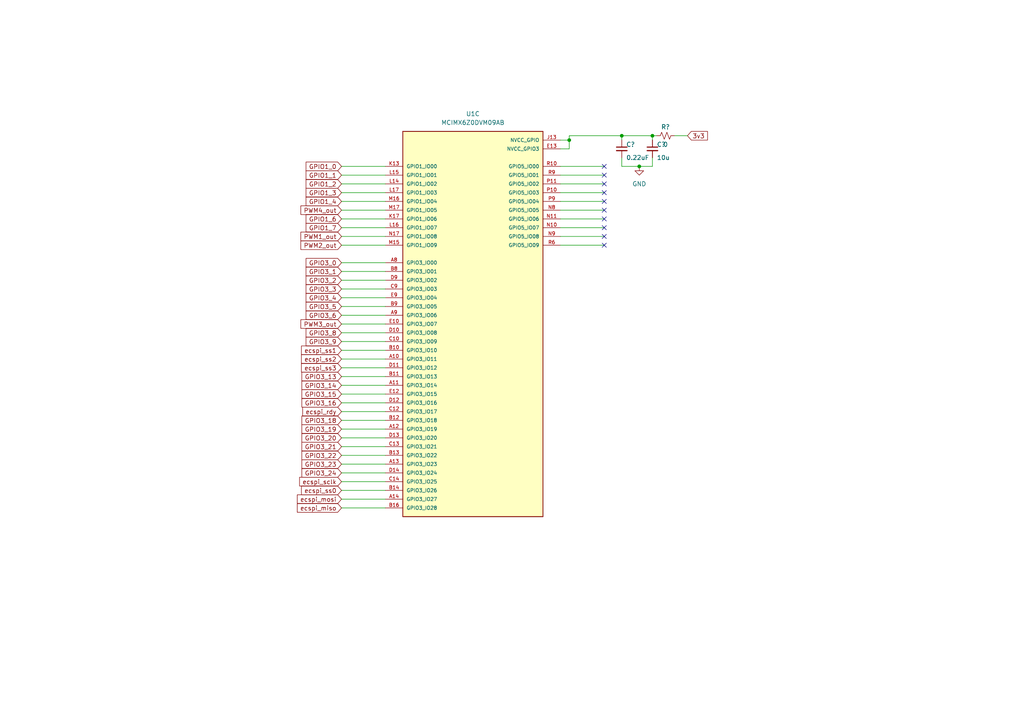
<source format=kicad_sch>
(kicad_sch (version 20211123) (generator eeschema)
  (paper "A4")
  (lib_symbols
    (symbol "Device:C_Small" (pin_numbers hide) (pin_names (offset 0.254) hide)
      (property "Reference" "C" (at 0.254 1.778 0))
      (property "Value" "C_Small" (at 0.254 -2.032 0))
      (symbol "C_Small_0_1"
        (polyline (pts (xy -1.524 -0.508) (xy 1.524 -0.508)) (stroke (width 0.3302)))
        (polyline (pts (xy -1.524 0.508) (xy 1.524 0.508)) (stroke (width 0.3048)))
      )
      (symbol "C_Small_1_1"
        (pin passive line (at 0 2.54 270) (length 2.032) (name "~") (number "1"))
        (pin passive line (at 0 -2.54 90) (length 2.032) (name "~") (number "2"))
      )
    )
    (symbol "Device:R_Small_US" (pin_numbers hide) (pin_names (offset 0.254) hide)
      (property "Reference" "R" (at 0.762 0.508 0))
      (property "Value" "R_Small_US" (at 0.762 -1.016 0))
      (symbol "R_Small_US_1_1"
        (polyline (pts (xy 0 0) (xy 1.016 -0.381) (xy 0 -0.762) (xy -1.016 -1.143) (xy 0 -1.524)))
        (polyline (pts (xy 0 1.524) (xy 1.016 1.143) (xy 0 0.762) (xy -1.016 0.381) (xy 0 0)))
        (pin passive line (at 0 2.54 270) (length 1.016) (name "~") (number "1"))
        (pin passive line (at 0 -2.54 90) (length 1.016) (name "~") (number "2"))
      )
    )
    (symbol "MCIMX6Z0DVM09AB:MCIMX6Z0DVM09AB" (pin_names (offset 1.016))
      (property "Reference" "U" (at -33.02 31.75 0))
      (property "Value" "MCIMX6Z0DVM09AB" (at -33.02 -31.75 0))
      (symbol "MCIMX6Z0DVM09AB_1_0"
        (rectangle (start -33.02 -30.48) (end 33.02 30.48) (stroke (width 0.254)) (fill (type background)))
        (pin input clock (at -38.1 -5.08 0) (length 5.08) (name "I2C2_SCL") (number "F17"))
        (pin bidirectional line (at -38.1 -7.62 0) (length 5.08) (name "I2C2_SDA") (number "G13"))
        (pin power_in line (at 38.1 -27.94 180) (length 5.08) (name "NGND_KEL0") (number "M12"))
        (pin input clock (at 38.1 -10.16 180) (length 5.08) (name "JTAG_TCK") (number "M14"))
        (pin input line (at 38.1 -20.32 180) (length 5.08) (name "JTAG_TRST_B") (number "N14"))
        (pin output line (at 38.1 -15.24 180) (length 5.08) (name "JTAG_TDO") (number "N15"))
        (pin input line (at 38.1 -12.7 180) (length 5.08) (name "JTAG_TDI") (number "N16"))
        (pin input line (at -38.1 17.78 0) (length 5.08) (name "TEST_MODE") (number "N7"))
        (pin power_in line (at 38.1 27.94 180) (length 5.08) (name "NVCC_PLL") (number "P13"))
        (pin input line (at 38.1 -17.78 180) (length 5.08) (name "JTAG_TMS") (number "P14"))
        (pin input line (at 38.1 -7.62 180) (length 5.08) (name "JTAG_MOD") (number "P15"))
        (pin input clock (at -38.1 5.08 0) (length 5.08) (name "CCM_CLK1_N") (number "P16"))
        (pin input clock (at -38.1 2.54 0) (length 5.08) (name "CCM_CLK1_P") (number "P17"))
        (pin input line (at -38.1 20.32 0) (length 5.08) (name "POR_B") (number "P8"))
        (pin bidirectional line (at 38.1 22.86 180) (length 5.08) (name "GPANIO") (number "R13"))
        (pin input line (at -38.1 22.86 0) (length 5.08) (name "ONOFF") (number "R8"))
        (pin input line (at -38.1 12.7 0) (length 5.08) (name "BOOT_MODE0") (number "T10"))
        (pin input line (at -38.1 -20.32 0) (length 5.08) (name "RTC_XTALI") (number "T11"))
        (pin power_in line (at 38.1 5.08 180) (length 5.08) (name "USB_OTG1_VBUS") (number "T12"))
        (pin bidirectional line (at 38.1 2.54 180) (length 5.08) (name "USB_OTG2_DN") (number "T13"))
        (pin bidirectional line (at 38.1 10.16 180) (length 5.08) (name "USB_OTG1_DN") (number "T15"))
        (pin input line (at -38.1 -12.7 0) (length 5.08) (name "XTALI") (number "T16"))
        (pin output line (at -38.1 -15.24 0) (length 5.08) (name "XTALO") (number "T17"))
        (pin output line (at 38.1 17.78 180) (length 5.08) (name "SNVS_PMIC_ON_REQ") (number "T9"))
        (pin input line (at -38.1 10.16 0) (length 5.08) (name "BOOT_MODE1") (number "U10"))
        (pin output line (at -38.1 -22.86 0) (length 5.08) (name "RTC_XTALO") (number "U11"))
        (pin power_in line (at 38.1 -2.54 180) (length 5.08) (name "USB_OTG2_VBUS") (number "U12"))
        (pin bidirectional line (at 38.1 0 180) (length 5.08) (name "USB_OTG2_DP") (number "U13"))
        (pin bidirectional line (at 38.1 7.62 180) (length 5.08) (name "USB_OTG1_DP") (number "U15"))
        (pin bidirectional line (at 38.1 12.7 180) (length 5.08) (name "USB_OTG1_CHD_B") (number "U16"))
        (pin output line (at -38.1 0 0) (length 5.08) (name "CCM_PMIC_STBY_REQ") (number "U9"))
      )
      (symbol "MCIMX6Z0DVM09AB_2_0"
        (rectangle (start -25.4 -48.26) (end 25.4 45.72) (stroke (width 0.254)) (fill (type background)))
        (pin output line (at 30.48 17.78 180) (length 5.08) (name "DRAM_ODT1") (number "F1"))
        (pin output line (at 30.48 -43.18 180) (length 5.08) (name "DRAM_ADDR14") (number "G1"))
        (pin output line (at 30.48 -22.86 180) (length 5.08) (name "DRAM_ADDR06") (number "G2"))
        (pin output line (at 30.48 12.7 180) (length 5.08) (name "DRAM_RESET") (number "G4"))
        (pin power_in line (at 30.48 40.64 180) (length 5.08) (name "NVCC_DRAM") (number "G6"))
        (pin output line (at 30.48 7.62 180) (length 5.08) (name "DRAM_SDBA1") (number "H1"))
        (pin output line (at 30.48 -10.16 180) (length 5.08) (name "DRAM_ADDR01") (number "H2"))
        (pin output line (at 30.48 -40.64 180) (length 5.08) (name "DRAM_ADDR13") (number "H3"))
        (pin output line (at 30.48 -25.4 180) (length 5.08) (name "DRAM_ADDR07") (number "H4"))
        (pin output line (at 30.48 27.94 180) (length 5.08) (name "DRAM_CS1_B") (number "H5"))
        (pin power_in line (at 30.48 40.64 180) (length 5.08) (name "NVCC_DRAM") (number "H6"))
        (pin output line (at 30.48 -2.54 180) (length 5.08) (name "DRAM_SDWE_B") (number "J1"))
        (pin output line (at 30.48 33.02 180) (length 5.08) (name "DRAM_CAS_B") (number "J2"))
        (pin output line (at 30.48 0 180) (length 5.08) (name "DRAM_SDCKE1") (number "J3"))
        (pin output line (at 30.48 -27.94 180) (length 5.08) (name "DRAM_ADDR08") (number "J4"))
        (pin power_in line (at 30.48 40.64 180) (length 5.08) (name "NVCC_DRAM") (number "J6"))
        (pin output line (at 30.48 -12.7 180) (length 5.08) (name "DRAM_ADDR02") (number "K1"))
        (pin output line (at 30.48 5.08 180) (length 5.08) (name "DRAM_SDBA2") (number "K2"))
        (pin output line (at 30.48 -35.56 180) (length 5.08) (name "DRAM_ADDR11") (number "K3"))
        (pin output line (at 30.48 -17.78 180) (length 5.08) (name "DRAM_ADDR04") (number "K4"))
        (pin output line (at 30.48 -45.72 180) (length 5.08) (name "DRAM_ADDR15") (number "K5"))
        (pin power_in line (at 30.48 40.64 180) (length 5.08) (name "NVCC_DRAM") (number "K6"))
        (pin output line (at 30.48 -20.32 180) (length 5.08) (name "DRAM_ADDR05") (number "L1"))
        (pin output line (at 30.48 -30.48 180) (length 5.08) (name "DRAM_ADDR09") (number "L2"))
        (pin output line (at 30.48 -38.1 180) (length 5.08) (name "DRAM_ADDR12") (number "L4"))
        (pin output line (at 30.48 -7.62 180) (length 5.08) (name "DRAM_ADDR00") (number "L5"))
        (pin power_in line (at 30.48 40.64 180) (length 5.08) (name "NVCC_DRAM") (number "L6"))
        (pin output line (at 30.48 10.16 180) (length 5.08) (name "DRAM_SDBA0") (number "M1"))
        (pin output line (at 30.48 -15.24 180) (length 5.08) (name "DRAM_ADDR03") (number "M2"))
        (pin output line (at 30.48 2.54 180) (length 5.08) (name "DRAM_SDCKE0") (number "M3"))
        (pin output line (at 30.48 -33.02 180) (length 5.08) (name "DRAM_ADDR10") (number "M4"))
        (pin output line (at 30.48 15.24 180) (length 5.08) (name "DRAM_RAS_B") (number "M5"))
        (pin power_in line (at 30.48 40.64 180) (length 5.08) (name "NVCC_DRAM") (number "M6"))
        (pin output line (at 30.48 20.32 180) (length 5.08) (name "DRAM_ODT0") (number "N1"))
        (pin output line (at 30.48 30.48 180) (length 5.08) (name "DRAM_CS0_B") (number "N2"))
        (pin input line (at -30.48 10.16 0) (length 5.08) (name "DRAM_ZQPAD") (number "N4"))
        (pin power_in line (at 30.48 38.1 180) (length 5.08) (name "NVCC_DRAM_2P5") (number "N6"))
        (pin input clock (at -30.48 30.48 0) (length 5.08) (name "DRAM_SDCLK0_P") (number "P1"))
        (pin input clock (at -30.48 33.02 0) (length 5.08) (name "DRAM_SDCLK0_N") (number "P2"))
        (pin input line (at -30.48 -40.64 0) (length 5.08) (name "DRAM_DATA13") (number "P3"))
        (pin power_in line (at 30.48 43.18 180) (length 5.08) (name "DRAM_VREF") (number "P4"))
        (pin input line (at -30.48 -38.1 0) (length 5.08) (name "DRAM_DATA12") (number "P5"))
        (pin input line (at -30.48 25.4 0) (length 5.08) (name "DRAM_SDQS0_P") (number "P6"))
        (pin input line (at -30.48 22.86 0) (length 5.08) (name "DRAM_SDQS0_N") (number "P7"))
        (pin input line (at -30.48 -45.72 0) (length 5.08) (name "DRAM_DATA15") (number "R1"))
        (pin input line (at -30.48 -43.18 0) (length 5.08) (name "DRAM_DATA14") (number "R2"))
        (pin input line (at -30.48 -35.56 0) (length 5.08) (name "DRAM_DATA11") (number "R4"))
        (pin input line (at -30.48 17.78 0) (length 5.08) (name "DRAM_SDQS1_P") (number "T1"))
        (pin input line (at -30.48 15.24 0) (length 5.08) (name "DRAM_SDQS1_N") (number "T2"))
        (pin output line (at 30.48 22.86 180) (length 5.08) (name "DRAM_DQM1") (number "T3"))
        (pin input line (at -30.48 -7.62 0) (length 5.08) (name "DRAM_DATA00") (number "T4"))
        (pin input line (at -30.48 -22.86 0) (length 5.08) (name "DRAM_DATA06") (number "T5"))
        (pin input line (at -30.48 -12.7 0) (length 5.08) (name "DRAM_DATA02") (number "T6"))
        (pin output line (at 30.48 25.4 180) (length 5.08) (name "DRAM_DQM0") (number "T7"))
        (pin input line (at -30.48 -20.32 0) (length 5.08) (name "DRAM_DATA05") (number "T8"))
        (pin input line (at -30.48 -27.94 0) (length 5.08) (name "DRAM_DATA08") (number "U2"))
        (pin input line (at -30.48 -30.48 0) (length 5.08) (name "DRAM_DATA09") (number "U3"))
        (pin input line (at -30.48 -25.4 0) (length 5.08) (name "DRAM_DATA07") (number "U4"))
        (pin input line (at -30.48 -33.02 0) (length 5.08) (name "DRAM_DATA10") (number "U5"))
        (pin input line (at -30.48 -10.16 0) (length 5.08) (name "DRAM_DATA01") (number "U6"))
        (pin input line (at -30.48 -15.24 0) (length 5.08) (name "DRAM_DATA03") (number "U7"))
        (pin input line (at -30.48 -17.78 0) (length 5.08) (name "DRAM_DATA04") (number "U8"))
      )
      (symbol "MCIMX6Z0DVM09AB_3_0"
        (rectangle (start -20.32 -55.88) (end 20.32 55.88) (stroke (width 0.254)) (fill (type background)))
        (pin bidirectional line (at -25.4 -10.16 0) (length 5.08) (name "GPIO3_IO11") (number "A10"))
        (pin bidirectional line (at -25.4 -17.78 0) (length 5.08) (name "GPIO3_IO14") (number "A11"))
        (pin bidirectional line (at -25.4 -30.48 0) (length 5.08) (name "GPIO3_IO19") (number "A12"))
        (pin bidirectional line (at -25.4 -40.64 0) (length 5.08) (name "GPIO3_IO23") (number "A13"))
        (pin bidirectional line (at -25.4 -50.8 0) (length 5.08) (name "GPIO3_IO27") (number "A14"))
        (pin bidirectional line (at -25.4 17.78 0) (length 5.08) (name "GPIO3_IO00") (number "A8"))
        (pin bidirectional line (at -25.4 2.54 0) (length 5.08) (name "GPIO3_IO06") (number "A9"))
        (pin bidirectional line (at -25.4 -7.62 0) (length 5.08) (name "GPIO3_IO10") (number "B10"))
        (pin bidirectional line (at -25.4 -15.24 0) (length 5.08) (name "GPIO3_IO13") (number "B11"))
        (pin bidirectional line (at -25.4 -27.94 0) (length 5.08) (name "GPIO3_IO18") (number "B12"))
        (pin bidirectional line (at -25.4 -38.1 0) (length 5.08) (name "GPIO3_IO22") (number "B13"))
        (pin bidirectional line (at -25.4 -48.26 0) (length 5.08) (name "GPIO3_IO26") (number "B14"))
        (pin bidirectional line (at -25.4 -53.34 0) (length 5.08) (name "GPIO3_IO28") (number "B16"))
        (pin bidirectional line (at -25.4 15.24 0) (length 5.08) (name "GPIO3_IO01") (number "B8"))
        (pin bidirectional line (at -25.4 5.08 0) (length 5.08) (name "GPIO3_IO05") (number "B9"))
        (pin bidirectional line (at -25.4 -5.08 0) (length 5.08) (name "GPIO3_IO09") (number "C10"))
        (pin bidirectional line (at -25.4 -25.4 0) (length 5.08) (name "GPIO3_IO17") (number "C12"))
        (pin bidirectional line (at -25.4 -35.56 0) (length 5.08) (name "GPIO3_IO21") (number "C13"))
        (pin bidirectional line (at -25.4 -45.72 0) (length 5.08) (name "GPIO3_IO25") (number "C14"))
        (pin bidirectional line (at -25.4 10.16 0) (length 5.08) (name "GPIO3_IO03") (number "C9"))
        (pin bidirectional line (at -25.4 -2.54 0) (length 5.08) (name "GPIO3_IO08") (number "D10"))
        (pin bidirectional line (at -25.4 -12.7 0) (length 5.08) (name "GPIO3_IO12") (number "D11"))
        (pin bidirectional line (at -25.4 -22.86 0) (length 5.08) (name "GPIO3_IO16") (number "D12"))
        (pin bidirectional line (at -25.4 -33.02 0) (length 5.08) (name "GPIO3_IO20") (number "D13"))
        (pin bidirectional line (at -25.4 -43.18 0) (length 5.08) (name "GPIO3_IO24") (number "D14"))
        (pin bidirectional line (at -25.4 12.7 0) (length 5.08) (name "GPIO3_IO02") (number "D9"))
        (pin bidirectional line (at -25.4 0 0) (length 5.08) (name "GPIO3_IO07") (number "E10"))
        (pin bidirectional line (at -25.4 -20.32 0) (length 5.08) (name "GPIO3_IO15") (number "E12"))
        (pin power_in line (at 25.4 50.8 180) (length 5.08) (name "NVCC_GPIO3") (number "E13"))
        (pin bidirectional line (at -25.4 7.62 0) (length 5.08) (name "GPIO3_IO04") (number "E9"))
        (pin power_in line (at 25.4 53.34 180) (length 5.08) (name "NVCC_GPIO") (number "J13"))
        (pin bidirectional line (at -25.4 45.72 0) (length 5.08) (name "GPIO1_IO00") (number "K13"))
        (pin bidirectional line (at -25.4 30.48 0) (length 5.08) (name "GPIO1_IO06") (number "K17"))
        (pin bidirectional line (at -25.4 40.64 0) (length 5.08) (name "GPIO1_IO02") (number "L14"))
        (pin bidirectional line (at -25.4 43.18 0) (length 5.08) (name "GPIO1_IO01") (number "L15"))
        (pin bidirectional line (at -25.4 27.94 0) (length 5.08) (name "GPIO1_IO07") (number "L16"))
        (pin bidirectional line (at -25.4 38.1 0) (length 5.08) (name "GPIO1_IO03") (number "L17"))
        (pin bidirectional line (at -25.4 22.86 0) (length 5.08) (name "GPIO1_IO09") (number "M15"))
        (pin bidirectional line (at -25.4 35.56 0) (length 5.08) (name "GPIO1_IO04") (number "M16"))
        (pin bidirectional line (at -25.4 33.02 0) (length 5.08) (name "GPIO1_IO05") (number "M17"))
        (pin bidirectional line (at 25.4 27.94 180) (length 5.08) (name "GPIO5_IO07") (number "N10"))
        (pin bidirectional line (at 25.4 30.48 180) (length 5.08) (name "GPIO5_IO06") (number "N11"))
        (pin bidirectional line (at -25.4 25.4 0) (length 5.08) (name "GPIO1_IO08") (number "N17"))
        (pin bidirectional line (at 25.4 33.02 180) (length 5.08) (name "GPIO5_IO05") (number "N8"))
        (pin bidirectional line (at 25.4 25.4 180) (length 5.08) (name "GPIO5_IO08") (number "N9"))
        (pin bidirectional line (at 25.4 38.1 180) (length 5.08) (name "GPIO5_IO03") (number "P10"))
        (pin bidirectional line (at 25.4 40.64 180) (length 5.08) (name "GPIO5_IO02") (number "P11"))
        (pin bidirectional line (at 25.4 35.56 180) (length 5.08) (name "GPIO5_IO04") (number "P9"))
        (pin bidirectional line (at 25.4 45.72 180) (length 5.08) (name "GPIO5_IO00") (number "R10"))
        (pin bidirectional line (at 25.4 22.86 180) (length 5.08) (name "GPIO5_IO09") (number "R6"))
        (pin bidirectional line (at 25.4 43.18 180) (length 5.08) (name "GPIO5_IO01") (number "R9"))
      )
      (symbol "MCIMX6Z0DVM09AB_4_0"
        (rectangle (start -25.4 -25.4) (end 25.4 25.4) (stroke (width 0.254)) (fill (type background)))
        (pin input line (at -30.48 -10.16 0) (length 5.08) (name "UART3_RTS_B") (number "G14"))
        (pin output line (at -30.48 -20.32 0) (length 5.08) (name "UART4_RX_DATA") (number "G16"))
        (pin input line (at -30.48 -22.86 0) (length 5.08) (name "UART4_TX_DATA") (number "G17"))
        (pin power_in line (at 30.48 22.86 180) (length 5.08) (name "NVCC_UART") (number "H13"))
        (pin input line (at -30.48 2.54 0) (length 5.08) (name "UART2_RTS_B") (number "H14"))
        (pin input line (at -30.48 -7.62 0) (length 5.08) (name "UART3_CTS_B") (number "H15"))
        (pin output line (at -30.48 -12.7 0) (length 5.08) (name "UART3_RX_DATA") (number "H16"))
        (pin input line (at -30.48 -15.24 0) (length 5.08) (name "UART3_TX_DATA") (number "H17"))
        (pin input line (at -30.48 15.24 0) (length 5.08) (name "UART1_RTS_B") (number "J14"))
        (pin input line (at -30.48 5.08 0) (length 5.08) (name "UART2_CTS_B") (number "J15"))
        (pin output line (at -30.48 0 0) (length 5.08) (name "UART2_RX_DATA") (number "J16"))
        (pin input line (at -30.48 -2.54 0) (length 5.08) (name "UART2_TX_DATA") (number "J17"))
        (pin input line (at -30.48 10.16 0) (length 5.08) (name "UART1_TX_DATA") (number "K14"))
        (pin input line (at -30.48 17.78 0) (length 5.08) (name "UART1_CTS_B") (number "K15"))
        (pin output line (at -30.48 12.7 0) (length 5.08) (name "UART1_RX_DATA") (number "K16"))
      )
      (symbol "MCIMX6Z0DVM09AB_5_0"
        (rectangle (start -22.86 -27.94) (end 22.86 25.4) (stroke (width 0.254)) (fill (type background)))
        (pin input line (at -27.94 2.54 0) (length 5.08) (name "NAND_READY_B") (number "A3"))
        (pin input line (at -27.94 10.16 0) (length 5.08) (name "NAND_CLE") (number "A4"))
        (pin bidirectional line (at -27.94 -25.4 0) (length 5.08) (name "NAND_DATA07") (number "A5"))
        (pin bidirectional line (at -27.94 -22.86 0) (length 5.08) (name "NAND_DATA06") (number "A6"))
        (pin bidirectional line (at -27.94 -12.7 0) (length 5.08) (name "NAND_DATA02") (number "A7"))
        (pin input line (at -27.94 17.78 0) (length 5.08) (name "NAND_ALE") (number "B4"))
        (pin input line (at -27.94 12.7 0) (length 5.08) (name "NAND_CE1_B") (number "B5"))
        (pin bidirectional line (at -27.94 -20.32 0) (length 5.08) (name "NAND_DATA05") (number "B6"))
        (pin bidirectional line (at -27.94 -10.16 0) (length 5.08) (name "NAND_DATA01") (number "B7"))
        (pin input line (at -27.94 15.24 0) (length 5.08) (name "NAND_CE0_B") (number "C5"))
        (pin bidirectional line (at -27.94 -17.78 0) (length 5.08) (name "NAND_DATA04") (number "C6"))
        (pin input line (at -27.94 0 0) (length 5.08) (name "NAND_WE_B") (number "C8"))
        (pin input line (at -27.94 -2.54 0) (length 5.08) (name "NAND_WP_B") (number "D5"))
        (pin bidirectional line (at -27.94 -15.24 0) (length 5.08) (name "NAND_DATA03") (number "D6"))
        (pin bidirectional line (at -27.94 -7.62 0) (length 5.08) (name "NAND_DATA00") (number "D7"))
        (pin input line (at -27.94 5.08 0) (length 5.08) (name "NAND_RE_B") (number "D8"))
        (pin input line (at -27.94 7.62 0) (length 5.08) (name "NAND_DQS") (number "E6"))
        (pin power_in line (at 27.94 22.86 180) (length 5.08) (name "NVCC_NAND") (number "E7"))
      )
      (symbol "MCIMX6Z0DVM09AB_6_0"
        (rectangle (start -17.78 -27.94) (end 17.78 30.48) (stroke (width 0.254)) (fill (type background)))
        (pin bidirectional line (at -22.86 7.62 0) (length 5.08) (name "SD1_DATA3") (number "A2"))
        (pin bidirectional line (at -22.86 10.16 0) (length 5.08) (name "SD1_DATA2") (number "B1"))
        (pin bidirectional line (at -22.86 12.7 0) (length 5.08) (name "SD1_DATA1") (number "B2"))
        (pin bidirectional line (at -22.86 15.24 0) (length 5.08) (name "SD1_DATA0") (number "B3"))
        (pin input clock (at -22.86 20.32 0) (length 5.08) (name "SD1_CLK") (number "C1"))
        (pin input line (at -22.86 17.78 0) (length 5.08) (name "SD1_CMD") (number "C2"))
        (pin power_in line (at 22.86 27.94 180) (length 5.08) (name "NVCC_SD1") (number "C4"))
        (pin bidirectional line (at -22.86 -25.4 0) (length 5.08) (name "SD2_DATA7") (number "D1"))
        (pin bidirectional line (at -22.86 -22.86 0) (length 5.08) (name "SD2_DATA6") (number "D2"))
        (pin bidirectional line (at -22.86 -20.32 0) (length 5.08) (name "SD2_DATA5") (number "D3"))
        (pin bidirectional line (at -22.86 -17.78 0) (length 5.08) (name "SD2_DATA4") (number "D4"))
        (pin bidirectional line (at -22.86 -15.24 0) (length 5.08) (name "SD2_DATA3") (number "E1"))
        (pin bidirectional line (at -22.86 -12.7 0) (length 5.08) (name "SD2_DATA2") (number "E2"))
        (pin bidirectional line (at -22.86 -10.16 0) (length 5.08) (name "SD2_DATA1") (number "E3"))
        (pin bidirectional line (at -22.86 -7.62 0) (length 5.08) (name "SD2_DATA0") (number "E4"))
        (pin input line (at -22.86 -5.08 0) (length 5.08) (name "SD2_WP") (number "E5"))
        (pin input clock (at -22.86 0 0) (length 5.08) (name "SD2_CLK") (number "F2"))
        (pin input line (at -22.86 -2.54 0) (length 5.08) (name "SD2_CMD") (number "F3"))
        (pin power_in line (at 22.86 25.4 180) (length 5.08) (name "NVCC_SD2") (number "F4"))
        (pin input line (at -22.86 2.54 0) (length 5.08) (name "SD2_CD_B") (number "F5"))
      )
      (symbol "MCIMX6Z0DVM09AB_7_0"
        (rectangle (start -15.24 -25.4) (end 15.24 25.4) (stroke (width 0.254)) (fill (type background)))
        (pin input line (at -20.32 5.08 0) (length 5.08) (name "KPP_COL5") (number "A15"))
        (pin input line (at -20.32 -20.32 0) (length 5.08) (name "KPP_ROW6") (number "A16"))
        (pin input line (at -20.32 2.54 0) (length 5.08) (name "KPP_COL6") (number "B15"))
        (pin input line (at -20.32 -17.78 0) (length 5.08) (name "KPP_ROW5") (number "B17"))
        (pin input line (at -20.32 7.62 0) (length 5.08) (name "KPP_COL4") (number "C16"))
        (pin input line (at -20.32 -15.24 0) (length 5.08) (name "KPP_ROW4") (number "C17"))
        (pin input line (at -20.32 10.16 0) (length 5.08) (name "KPP_COL3") (number "D15"))
        (pin input line (at -20.32 0 0) (length 5.08) (name "KPP_COL7") (number "D16"))
        (pin input line (at -20.32 -22.86 0) (length 5.08) (name "KPP_ROW7") (number "D17"))
        (pin input line (at -20.32 -10.16 0) (length 5.08) (name "KPP_ROW2") (number "E14"))
        (pin input line (at -20.32 15.24 0) (length 5.08) (name "KPP_COL1") (number "E15"))
        (pin input line (at -20.32 -7.62 0) (length 5.08) (name "KPP_ROW1") (number "E16"))
        (pin input line (at -20.32 17.78 0) (length 5.08) (name "KPP_COL0") (number "E17"))
        (pin power_in line (at 20.32 22.86 180) (length 5.08) (name "NVCC_KPP") (number "F13"))
        (pin input line (at -20.32 -12.7 0) (length 5.08) (name "KPP_ROW3") (number "F14"))
        (pin input line (at -20.32 12.7 0) (length 5.08) (name "KPP_COL2") (number "F15"))
        (pin input line (at -20.32 -5.08 0) (length 5.08) (name "KPP_ROW0") (number "F16"))
      )
      (symbol "MCIMX6Z0DVM09AB_8_0"
        (rectangle (start -12.7 -20.32) (end 12.7 17.78) (stroke (width 0.254)) (fill (type background)))
        (pin power_in line (at 17.78 -7.62 180) (length 5.08) (name "VSS") (number "A1"))
        (pin power_in line (at 17.78 -7.62 180) (length 5.08) (name "VSS") (number "A17"))
        (pin power_in line (at 17.78 -7.62 180) (length 5.08) (name "VSS") (number "C11"))
        (pin power_in line (at 17.78 -7.62 180) (length 5.08) (name "VSS") (number "C15"))
        (pin power_in line (at 17.78 -7.62 180) (length 5.08) (name "VSS") (number "C3"))
        (pin power_in line (at 17.78 -7.62 180) (length 5.08) (name "VSS") (number "C7"))
        (pin power_in line (at 17.78 -7.62 180) (length 5.08) (name "VSS") (number "E11"))
        (pin power_in line (at 17.78 -7.62 180) (length 5.08) (name "VSS") (number "E8"))
        (pin power_in line (at 17.78 -10.16 180) (length 5.08) (name "VSS_1") (number "F10"))
        (pin power_in line (at 17.78 -10.16 180) (length 5.08) (name "VSS_1") (number "F11"))
        (pin power_in line (at 17.78 -10.16 180) (length 5.08) (name "VSS_1") (number "F12"))
        (pin power_in line (at 17.78 -7.62 180) (length 5.08) (name "VSS") (number "F6"))
        (pin power_in line (at 17.78 -7.62 180) (length 5.08) (name "VSS") (number "F7"))
        (pin power_in line (at 17.78 -10.16 180) (length 5.08) (name "VSS_1") (number "F8"))
        (pin power_in line (at 17.78 -10.16 180) (length 5.08) (name "VSS_1") (number "F9"))
        (pin power_in line (at 17.78 15.24 180) (length 5.08) (name "VDD_ARM_CAP") (number "G10"))
        (pin power_in line (at 17.78 15.24 180) (length 5.08) (name "VDD_ARM_CAP") (number "G11"))
        (pin power_in line (at 17.78 -10.16 180) (length 5.08) (name "VSS_1") (number "G12"))
        (pin power_in line (at 17.78 -10.16 180) (length 5.08) (name "VSS_1") (number "G15"))
        (pin power_in line (at 17.78 -10.16 180) (length 5.08) (name "VSS_1") (number "G3"))
        (pin power_in line (at 17.78 -10.16 180) (length 5.08) (name "VSS_1") (number "G5"))
        (pin power_in line (at 17.78 -10.16 180) (length 5.08) (name "VSS_1") (number "G7"))
        (pin power_in line (at 17.78 2.54 180) (length 5.08) (name "VDD_SOC_CAP") (number "G8"))
        (pin power_in line (at 17.78 15.24 180) (length 5.08) (name "VDD_ARM_CAP") (number "G9"))
        (pin power_in line (at 17.78 0 180) (length 5.08) (name "VDD_SOC_IN") (number "H10"))
        (pin power_in line (at 17.78 15.24 180) (length 5.08) (name "VDD_ARM_CAP") (number "H11"))
        (pin power_in line (at 17.78 -12.7 180) (length 5.08) (name "VSS_2") (number "H12"))
        (pin power_in line (at 17.78 -12.7 180) (length 5.08) (name "VSS_2") (number "H7"))
        (pin power_in line (at 17.78 2.54 180) (length 5.08) (name "VDD_SOC_CAP") (number "H8"))
        (pin power_in line (at 17.78 0 180) (length 5.08) (name "VDD_SOC_IN") (number "H9"))
        (pin power_in line (at 17.78 0 180) (length 5.08) (name "VDD_SOC_IN") (number "J10"))
        (pin power_in line (at 17.78 2.54 180) (length 5.08) (name "VDD_SOC_CAP") (number "J11"))
        (pin power_in line (at 17.78 -12.7 180) (length 5.08) (name "VSS_2") (number "J12"))
        (pin power_in line (at 17.78 -12.7 180) (length 5.08) (name "VSS_2") (number "J5"))
        (pin power_in line (at 17.78 -12.7 180) (length 5.08) (name "VSS_2") (number "J7"))
        (pin power_in line (at 17.78 2.54 180) (length 5.08) (name "VDD_SOC_CAP") (number "J8"))
        (pin power_in line (at 17.78 0 180) (length 5.08) (name "VDD_SOC_IN") (number "J9"))
        (pin power_in line (at 17.78 0 180) (length 5.08) (name "VDD_SOC_IN") (number "K10"))
        (pin power_in line (at 17.78 2.54 180) (length 5.08) (name "VDD_SOC_CAP") (number "K11"))
        (pin power_in line (at 17.78 -12.7 180) (length 5.08) (name "VSS_2") (number "K12"))
        (pin power_in line (at 17.78 -12.7 180) (length 5.08) (name "VSS_2") (number "K7"))
        (pin power_in line (at 17.78 2.54 180) (length 5.08) (name "VDD_SOC_CAP") (number "K8"))
        (pin power_in line (at 17.78 0 180) (length 5.08) (name "VDD_SOC_IN") (number "K9"))
        (pin power_in line (at 17.78 2.54 180) (length 5.08) (name "VDD_SOC_CAP") (number "L10"))
        (pin power_in line (at 17.78 2.54 180) (length 5.08) (name "VDD_SOC_CAP") (number "L11"))
        (pin power_in line (at 17.78 -12.7 180) (length 5.08) (name "VSS_2") (number "L12"))
        (pin power_in line (at 17.78 10.16 180) (length 5.08) (name "VDD_HIGH_IN") (number "L13"))
        (pin power_in line (at 17.78 -12.7 180) (length 5.08) (name "VSS_2") (number "L3"))
        (pin power_in line (at 17.78 -12.7 180) (length 5.08) (name "VSS_2") (number "L7"))
        (pin power_in line (at 17.78 2.54 180) (length 5.08) (name "VDD_SOC_CAP") (number "L8"))
        (pin power_in line (at 17.78 2.54 180) (length 5.08) (name "VDD_SOC_CAP") (number "L9"))
        (pin power_in line (at 17.78 -15.24 180) (length 5.08) (name "VSS_3") (number "M10"))
        (pin power_in line (at 17.78 -15.24 180) (length 5.08) (name "VSS_3") (number "M11"))
        (pin power_in line (at 17.78 10.16 180) (length 5.08) (name "VDD_HIGH_IN") (number "M13"))
        (pin power_in line (at 17.78 -15.24 180) (length 5.08) (name "VSS_3") (number "M7"))
        (pin power_in line (at 17.78 -15.24 180) (length 5.08) (name "VSS_3") (number "M8"))
        (pin power_in line (at 17.78 -15.24 180) (length 5.08) (name "VSS_3") (number "M9"))
        (pin power_in line (at 17.78 7.62 180) (length 5.08) (name "VDD_SNVS_CAP") (number "N12"))
        (pin power_in line (at 17.78 10.16 180) (length 5.08) (name "VDD_HIGH_IN") (number "N13"))
        (pin power_in line (at 17.78 -15.24 180) (length 5.08) (name "VSS_3") (number "N3"))
        (pin power_in line (at 17.78 -15.24 180) (length 5.08) (name "VSS_3") (number "N5"))
        (pin power_in line (at 17.78 5.08 180) (length 5.08) (name "VDD_SNVS_IN") (number "P12"))
        (pin power_in line (at 17.78 -17.78 180) (length 5.08) (name "VSS_4") (number "R11"))
        (pin power_in line (at 17.78 -2.54 180) (length 5.08) (name "VDD_USB_CAP") (number "R12"))
        (pin power_in line (at 17.78 12.7 180) (length 5.08) (name "VDD_HIGH_CAP") (number "R14"))
        (pin power_in line (at 17.78 12.7 180) (length 5.08) (name "VDD_HIGH_CAP") (number "R15"))
        (pin power_in line (at 17.78 -17.78 180) (length 5.08) (name "VSS_4") (number "R16"))
        (pin power_in line (at 17.78 -17.78 180) (length 5.08) (name "VSS_4") (number "R17"))
        (pin power_in line (at 17.78 -15.24 180) (length 5.08) (name "VSS_3") (number "R3"))
        (pin power_in line (at 17.78 -15.24 180) (length 5.08) (name "VSS_3") (number "R5"))
        (pin power_in line (at 17.78 -15.24 180) (length 5.08) (name "VSS_3") (number "R7"))
        (pin power_in line (at 17.78 -17.78 180) (length 5.08) (name "VSS_4") (number "T14"))
        (pin power_in line (at 17.78 -17.78 180) (length 5.08) (name "VSS_4") (number "U1"))
        (pin power_in line (at 17.78 -17.78 180) (length 5.08) (name "VSS_4") (number "U14"))
        (pin power_in line (at 17.78 -17.78 180) (length 5.08) (name "VSS_4") (number "U17"))
      )
    )
    (symbol "power:GND" (power) (pin_names (offset 0))
      (property "Value" "GND" (at 0 -3.81 0))
      (symbol "GND_0_1"
        (polyline (pts (xy 0 0) (xy 0 -1.27) (xy 1.27 -1.27) (xy 0 -2.54) (xy -1.27 -1.27) (xy 0 -1.27)))
      )
      (symbol "GND_1_1"
        (pin power_in line (at 0 0 270) (length 0) hide (name "GND") (number "1"))
      )
    )
  )
  (junction (at 185.42 48.26))
  (junction (at 165.1 40.64))
  (junction (at 180.34 39.37))
  (junction (at 189.23 39.37))
  (no_connect (at 175.26 48.26))
  (no_connect (at 175.26 63.5))
  (no_connect (at 175.26 60.96))
  (no_connect (at 175.26 58.42))
  (no_connect (at 175.26 55.88))
  (no_connect (at 175.26 71.12))
  (no_connect (at 175.26 68.58))
  (no_connect (at 175.26 66.04))
  (no_connect (at 175.26 53.34))
  (no_connect (at 175.26 50.8))
  (wire (pts (xy 162.56 71.12) (xy 175.26 71.12)))
  (wire (pts (xy 162.56 53.34) (xy 175.26 53.34)))
  (wire (pts (xy 99.06 53.34) (xy 111.76 53.34)))
  (wire (pts (xy 162.56 68.58) (xy 175.26 68.58)))
  (wire (pts (xy 99.06 50.8) (xy 111.76 50.8)))
  (wire (pts (xy 99.06 119.38) (xy 111.76 119.38)))
  (wire (pts (xy 99.06 99.06) (xy 111.76 99.06)))
  (wire (pts (xy 99.06 101.6) (xy 111.76 101.6)))
  (wire (pts (xy 99.06 58.42) (xy 111.76 58.42)))
  (wire (pts (xy 99.06 129.54) (xy 111.76 129.54)))
  (wire (pts (xy 99.06 93.98) (xy 111.76 93.98)))
  (wire (pts (xy 189.23 39.37) (xy 189.23 40.64)))
  (wire (pts (xy 165.1 40.64) (xy 165.1 39.37)))
  (wire (pts (xy 165.1 39.37) (xy 180.34 39.37)))
  (wire (pts (xy 99.06 63.5) (xy 111.76 63.5)))
  (wire (pts (xy 165.1 43.18) (xy 165.1 40.64)))
  (wire (pts (xy 189.23 45.72) (xy 189.23 48.26)))
  (wire (pts (xy 180.34 39.37) (xy 189.23 39.37)))
  (wire (pts (xy 162.56 58.42) (xy 175.26 58.42)))
  (wire (pts (xy 99.06 142.24) (xy 111.76 142.24)))
  (wire (pts (xy 162.56 60.96) (xy 175.26 60.96)))
  (wire (pts (xy 99.06 78.74) (xy 111.76 78.74)))
  (wire (pts (xy 99.06 86.36) (xy 111.76 86.36)))
  (wire (pts (xy 99.06 127) (xy 111.76 127)))
  (wire (pts (xy 99.06 121.92) (xy 111.76 121.92)))
  (wire (pts (xy 162.56 55.88) (xy 175.26 55.88)))
  (wire (pts (xy 99.06 134.62) (xy 111.76 134.62)))
  (wire (pts (xy 162.56 66.04) (xy 175.26 66.04)))
  (wire (pts (xy 162.56 50.8) (xy 175.26 50.8)))
  (wire (pts (xy 99.06 114.3) (xy 111.76 114.3)))
  (wire (pts (xy 99.06 132.08) (xy 111.76 132.08)))
  (wire (pts (xy 99.06 76.2) (xy 111.76 76.2)))
  (wire (pts (xy 180.34 45.72) (xy 180.34 48.26)))
  (wire (pts (xy 162.56 63.5) (xy 175.26 63.5)))
  (wire (pts (xy 99.06 104.14) (xy 111.76 104.14)))
  (wire (pts (xy 99.06 96.52) (xy 111.76 96.52)))
  (wire (pts (xy 189.23 39.37) (xy 190.5 39.37)))
  (wire (pts (xy 185.42 48.26) (xy 189.23 48.26)))
  (wire (pts (xy 162.56 40.64) (xy 165.1 40.64)))
  (wire (pts (xy 99.06 55.88) (xy 111.76 55.88)))
  (wire (pts (xy 99.06 116.84) (xy 111.76 116.84)))
  (wire (pts (xy 180.34 39.37) (xy 180.34 40.64)))
  (wire (pts (xy 99.06 137.16) (xy 111.76 137.16)))
  (wire (pts (xy 99.06 106.68) (xy 111.76 106.68)))
  (wire (pts (xy 99.06 81.28) (xy 111.76 81.28)))
  (wire (pts (xy 99.06 83.82) (xy 111.76 83.82)))
  (wire (pts (xy 99.06 147.32) (xy 111.76 147.32)))
  (wire (pts (xy 99.06 68.58) (xy 111.76 68.58)))
  (wire (pts (xy 99.06 91.44) (xy 111.76 91.44)))
  (wire (pts (xy 99.06 144.78) (xy 111.76 144.78)))
  (wire (pts (xy 99.06 139.7) (xy 111.76 139.7)))
  (wire (pts (xy 180.34 48.26) (xy 185.42 48.26)))
  (wire (pts (xy 99.06 66.04) (xy 111.76 66.04)))
  (wire (pts (xy 99.06 88.9) (xy 111.76 88.9)))
  (wire (pts (xy 99.06 48.26) (xy 111.76 48.26)))
  (wire (pts (xy 99.06 60.96) (xy 111.76 60.96)))
  (wire (pts (xy 195.58 39.37) (xy 199.39 39.37)))
  (wire (pts (xy 162.56 43.18) (xy 165.1 43.18)))
  (wire (pts (xy 99.06 109.22) (xy 111.76 109.22)))
  (wire (pts (xy 99.06 124.46) (xy 111.76 124.46)))
  (wire (pts (xy 99.06 71.12) (xy 111.76 71.12)))
  (wire (pts (xy 162.56 48.26) (xy 175.26 48.26)))
  (wire (pts (xy 99.06 111.76) (xy 111.76 111.76)))
  (global_label "GPIO1_6" (shape input) (at 99.06 63.5 180) (property "Intersheet References" "${INTERSHEET_REFS}" (effects hide)))
  (global_label "GPIO1_0" (shape input) (at 99.06 48.26 180) (property "Intersheet References" "${INTERSHEET_REFS}" (effects hide)))
  (global_label "GPIO3_15" (shape input) (at 99.06 114.3 180) (property "Intersheet References" "${INTERSHEET_REFS}" (effects hide)))
  (global_label "GPIO3_9" (shape input) (at 99.06 99.06 180) (property "Intersheet References" "${INTERSHEET_REFS}" (effects hide)))
  (global_label "PWM4_out" (shape input) (at 99.06 60.96 180) (property "Intersheet References" "${INTERSHEET_REFS}" (effects hide)))
  (global_label "PWM3_out" (shape input) (at 99.06 93.98 180) (property "Intersheet References" "${INTERSHEET_REFS}" (effects hide)))
  (global_label "ecspi_ss2" (shape input) (at 99.06 104.14 180) (property "Intersheet References" "${INTERSHEET_REFS}" (effects hide)))
  (global_label "GPIO3_0" (shape input) (at 99.06 76.2 180) (property "Intersheet References" "${INTERSHEET_REFS}" (effects hide)))
  (global_label "GPIO3_16" (shape input) (at 99.06 116.84 180) (property "Intersheet References" "${INTERSHEET_REFS}" (effects hide)))
  (global_label "GPIO3_24" (shape input) (at 99.06 137.16 180) (property "Intersheet References" "${INTERSHEET_REFS}" (effects hide)))
  (global_label "3v3" (shape input) (at 199.39 39.37 0) (property "Intersheet References" "${INTERSHEET_REFS}" (effects hide)))
  (global_label "GPIO1_3" (shape input) (at 99.06 55.88 180) (property "Intersheet References" "${INTERSHEET_REFS}" (effects hide)))
  (global_label "GPIO1_1" (shape input) (at 99.06 50.8 180) (property "Intersheet References" "${INTERSHEET_REFS}" (effects hide)))
  (global_label "ecspi_sclk" (shape input) (at 99.06 139.7 180) (property "Intersheet References" "${INTERSHEET_REFS}" (effects hide)))
  (global_label "GPIO3_22" (shape input) (at 99.06 132.08 180) (property "Intersheet References" "${INTERSHEET_REFS}" (effects hide)))
  (global_label "GPIO3_4" (shape input) (at 99.06 86.36 180) (property "Intersheet References" "${INTERSHEET_REFS}" (effects hide)))
  (global_label "GPIO3_13" (shape input) (at 99.06 109.22 180) (property "Intersheet References" "${INTERSHEET_REFS}" (effects hide)))
  (global_label "GPIO3_18" (shape input) (at 99.06 121.92 180) (property "Intersheet References" "${INTERSHEET_REFS}" (effects hide)))
  (global_label "GPIO3_21" (shape input) (at 99.06 129.54 180) (property "Intersheet References" "${INTERSHEET_REFS}" (effects hide)))
  (global_label "PWM2_out" (shape input) (at 99.06 71.12 180) (property "Intersheet References" "${INTERSHEET_REFS}" (effects hide)))
  (global_label "GPIO3_23" (shape input) (at 99.06 134.62 180) (property "Intersheet References" "${INTERSHEET_REFS}" (effects hide)))
  (global_label "ecspi_ss3" (shape input) (at 99.06 106.68 180) (property "Intersheet References" "${INTERSHEET_REFS}" (effects hide)))
  (global_label "ecspi_rdy" (shape input) (at 99.06 119.38 180) (property "Intersheet References" "${INTERSHEET_REFS}" (effects hide)))
  (global_label "GPIO3_14" (shape input) (at 99.06 111.76 180) (property "Intersheet References" "${INTERSHEET_REFS}" (effects hide)))
  (global_label "ecspi_ss1" (shape input) (at 99.06 101.6 180) (property "Intersheet References" "${INTERSHEET_REFS}" (effects hide)))
  (global_label "PWM1_out" (shape input) (at 99.06 68.58 180) (property "Intersheet References" "${INTERSHEET_REFS}" (effects hide)))
  (global_label "GPIO3_3" (shape input) (at 99.06 83.82 180) (property "Intersheet References" "${INTERSHEET_REFS}" (effects hide)))
  (global_label "GPIO3_2" (shape input) (at 99.06 81.28 180) (property "Intersheet References" "${INTERSHEET_REFS}" (effects hide)))
  (global_label "ecspi_ss0" (shape input) (at 99.06 142.24 180) (property "Intersheet References" "${INTERSHEET_REFS}" (effects hide)))
  (global_label "GPIO1_7" (shape input) (at 99.06 66.04 180) (property "Intersheet References" "${INTERSHEET_REFS}" (effects hide)))
  (global_label "GPIO3_6" (shape input) (at 99.06 91.44 180) (property "Intersheet References" "${INTERSHEET_REFS}" (effects hide)))
  (global_label "ecspi_miso" (shape input) (at 99.06 147.32 180) (property "Intersheet References" "${INTERSHEET_REFS}" (effects hide)))
  (global_label "GPIO3_1" (shape input) (at 99.06 78.74 180) (property "Intersheet References" "${INTERSHEET_REFS}" (effects hide)))
  (global_label "GPIO3_8" (shape input) (at 99.06 96.52 180) (property "Intersheet References" "${INTERSHEET_REFS}" (effects hide)))
  (global_label "GPIO1_2" (shape input) (at 99.06 53.34 180) (property "Intersheet References" "${INTERSHEET_REFS}" (effects hide)))
  (global_label "GPIO1_4" (shape input) (at 99.06 58.42 180) (property "Intersheet References" "${INTERSHEET_REFS}" (effects hide)))
  (global_label "GPIO3_20" (shape input) (at 99.06 127 180) (property "Intersheet References" "${INTERSHEET_REFS}" (effects hide)))
  (global_label "GPIO3_19" (shape input) (at 99.06 124.46 180) (property "Intersheet References" "${INTERSHEET_REFS}" (effects hide)))
  (global_label "GPIO3_5" (shape input) (at 99.06 88.9 180) (property "Intersheet References" "${INTERSHEET_REFS}" (effects hide)))
  (global_label "ecspi_mosi" (shape input) (at 99.06 144.78 180) (property "Intersheet References" "${INTERSHEET_REFS}" (effects hide)))
  (symbol (lib_id "MCIMX6Z0DVM09AB:MCIMX6Z0DVM09AB") (at 137.16 93.98 0) (unit 3)
    (property "Reference" "U1" (at 137.16 33.02 0))
    (property "Value" "MCIMX6Z0DVM09AB" (at 137.16 35.56 0))
    (property "Footprint" "mb_nxp_mcu_mpu:BGA289C80P17X17_1400X1400X132" (effects hide))
    (property "PARTREV" "0" (effects hide))
    (property "STANDARD" "IPC 7351B" (effects hide))
    (property "SNAPEDA_PN" "MCIMX6Z0DVM09AB" (effects hide))
    (property "MAXIMUM_PACKAGE_HEIGHT" "1.32mm" (effects hide))
    (property "MANUFACTURER" "NXP" (effects hide))
  )
  (symbol (lib_id "Device:R_Small_US") (at 193.04 39.37 90) (unit 1)
    (property "Reference" "R?" (at 193.04 36.83 90))
    (property "Value" "0" (at 193.04 41.91 90))
  )
  (symbol (lib_id "power:GND") (at 185.42 48.26 0) (unit 1)
    (property "Reference" "#PWR?" (effects hide))
    (property "Value" "GND" (at 185.42 53.34 0))
  )
  (symbol (lib_id "Device:C_Small") (at 189.23 43.18 0) (unit 1)
    (property "Reference" "C?" (at 190.5 41.91 0) (effects (justify left)))
    (property "Value" "10u" (at 190.5 45.72 0) (effects (justify left)))
  )
  (symbol (lib_id "Device:C_Small") (at 180.34 43.18 0) (unit 1)
    (property "Reference" "C?" (at 181.61 41.91 0) (effects (justify left)))
    (property "Value" "0.22uF" (at 181.61 45.72 0) (effects (justify left)))
  )
)
</source>
